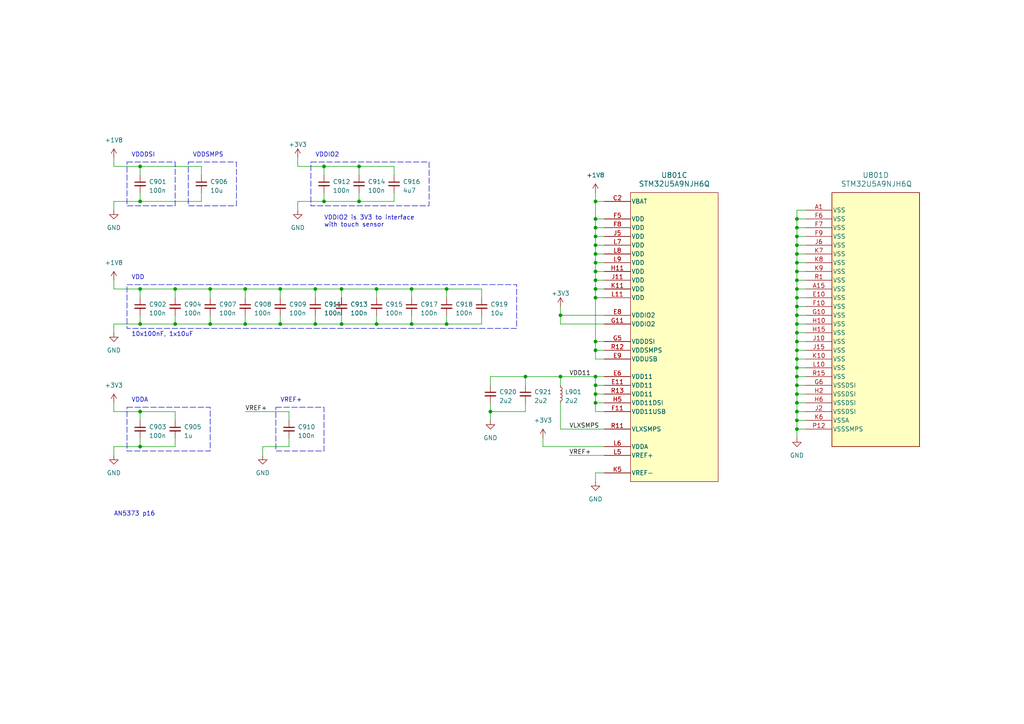
<source format=kicad_sch>
(kicad_sch (version 20230121) (generator eeschema)
  (paper "A4")
  (title_block (title "Watch Main MCU Power") (rev "1") (comment 1 "Checked by Ben Smith 21/12/23"))
  (lib_symbols
    (symbol "Device:C_Small" (pin_numbers hide) (pin_names (offset 0.254) hide)
      (property "Reference" "C" (at 0.254 1.778 0))
      (property "Value" "C_Small" (at 0.254 -2.032 0))
      (symbol "C_Small_0_1"
        (polyline (pts (xy -1.524 -0.508) (xy 1.524 -0.508)) (stroke (width 0.3302)))
        (polyline (pts (xy -1.524 0.508) (xy 1.524 0.508)) (stroke (width 0.3048)))
      )
      (symbol "C_Small_1_1"
        (pin passive line (at 0 2.54 270) (length 2.032) (name "~") (number "1"))
        (pin passive line (at 0 -2.54 90) (length 2.032) (name "~") (number "2"))
      )
    )
    (symbol "Device:L_Small" (pin_numbers hide) (pin_names (offset 0.254) hide)
      (property "Reference" "L" (at 0.762 1.016 0))
      (property "Value" "L_Small" (at 0.762 -1.016 0))
      (symbol "L_Small_0_1"
        (arc (start 0 -2.032) (mid 0.5058 -1.524) (end 0 -1.016))
        (arc (start 0 -1.016) (mid 0.5058 -0.508) (end 0 0))
        (arc (start 0 0) (mid 0.5058 0.508) (end 0 1.016))
        (arc (start 0 1.016) (mid 0.5058 1.524) (end 0 2.032))
      )
      (symbol "L_Small_1_1"
        (pin passive line (at 0 2.54 270) (length 0.508) (name "~") (number "1"))
        (pin passive line (at 0 -2.54 90) (length 0.508) (name "~") (number "2"))
      )
    )
    (symbol "STM32U5A9NJH6Q:STM32U5A9NJH6Q" (pin_names (offset 0.254))
      (property "Reference" "U" (at 0 40.64 0))
      (property "Value" "STM32U5A9NJH6Q" (at 0 38.1 0))
      (symbol "STM32U5A9NJH6Q_1_1"
        (rectangle (start -17.78 35.56) (end 17.78 -81.28) (fill (type background)))
        (pin bidirectional line (at 25.4 -63.5 180) (length 7.62) (name "PC10") (number "A10"))
        (pin bidirectional line (at 25.4 -33.02 180) (length 7.62) (name "PA15") (number "A11"))
        (pin bidirectional line (at 25.4 -30.48 180) (length 7.62) (name "PA14") (number "A12"))
        (pin bidirectional line (at 25.4 -15.24 180) (length 7.62) (name "PA8") (number "A13"))
        (pin bidirectional line (at 25.4 -58.42 180) (length 7.62) (name "PC8") (number "A14"))
        (pin bidirectional line (at -25.4 -12.7 0) (length 7.62) (name "PB7") (number "A3"))
        (pin bidirectional line (at -25.4 -10.16 0) (length 7.62) (name "PB6") (number "A4"))
        (pin bidirectional line (at -25.4 -48.26 0) (length 7.62) (name "PD4") (number "A8"))
        (pin bidirectional line (at -25.4 -45.72 0) (length 7.62) (name "PD3") (number "A9"))
        (pin bidirectional line (at 25.4 17.78 180) (length 7.62) (name "PC14-OSC32_IN") (number "B1"))
        (pin bidirectional line (at 25.4 -66.04 180) (length 7.62) (name "PC11") (number "B10"))
        (pin bidirectional line (at 25.4 -25.4 180) (length 7.62) (name "PA12") (number "B13"))
        (pin bidirectional line (at 25.4 -22.86 180) (length 7.62) (name "PA11") (number "B14"))
        (pin bidirectional line (at 25.4 -55.88 180) (length 7.62) (name "PC7") (number "B15"))
        (pin bidirectional line (at -25.4 -7.62 0) (length 7.62) (name "PB5") (number "B5"))
        (pin bidirectional line (at -25.4 -50.8 0) (length 7.62) (name "PD5") (number "B8"))
        (pin bidirectional line (at -25.4 -43.18 0) (length 7.62) (name "PD2") (number "B9"))
        (pin bidirectional line (at 25.4 15.24 180) (length 7.62) (name "PC15-OSC32_OUT") (number "C1"))
        (pin bidirectional line (at 25.4 -68.58 180) (length 7.62) (name "PC12") (number "C10"))
        (pin bidirectional line (at 25.4 -27.94 180) (length 7.62) (name "PA13") (number "C13"))
        (pin bidirectional line (at 25.4 -60.96 180) (length 7.62) (name "PC9") (number "C14"))
        (pin bidirectional line (at 25.4 -53.34 180) (length 7.62) (name "PC6") (number "C15"))
        (pin bidirectional line (at -25.4 -17.78 0) (length 7.62) (name "PB9") (number "C5"))
        (pin bidirectional line (at -25.4 -15.24 0) (length 7.62) (name "PB8") (number "C6"))
        (pin bidirectional line (at -25.4 -53.34 0) (length 7.62) (name "PD6") (number "C8"))
        (pin bidirectional line (at -25.4 -40.64 0) (length 7.62) (name "PD1") (number "C9"))
        (pin bidirectional line (at 25.4 -20.32 180) (length 7.62) (name "PA10") (number "D12"))
        (pin bidirectional line (at -25.4 -5.08 0) (length 7.62) (name "PB4") (number "D6"))
        (pin bidirectional line (at -25.4 -55.88 0) (length 7.62) (name "PD7") (number "D8"))
        (pin bidirectional line (at -25.4 -38.1 0) (length 7.62) (name "PD0") (number "D9"))
        (pin bidirectional line (at 25.4 -17.78 180) (length 7.62) (name "PA9") (number "E12"))
        (pin bidirectional line (at -25.4 -2.54 0) (length 7.62) (name "PB3") (number "E7"))
        (pin bidirectional line (at 25.4 -71.12 180) (length 7.62) (name "PC13") (number "F4"))
        (pin bidirectional line (at -25.4 17.78 0) (length 7.62) (name "DSI_D0P") (number "G1"))
        (pin bidirectional line (at -25.4 15.24 0) (length 7.62) (name "DSI_D0N") (number "G2"))
        (pin bidirectional line (at -25.4 22.86 0) (length 7.62) (name "DSI_CKP") (number "H1"))
        (pin bidirectional line (at -25.4 20.32 0) (length 7.62) (name "DSI_CKN") (number "J1"))
        (pin bidirectional line (at -25.4 10.16 0) (length 7.62) (name "DSI_D1N") (number "K1"))
        (pin bidirectional line (at -25.4 -76.2 0) (length 7.62) (name "PD15") (number "K12"))
        (pin bidirectional line (at -25.4 12.7 0) (length 7.62) (name "DSI_D1P") (number "K2"))
        (pin bidirectional line (at -25.4 -66.04 0) (length 7.62) (name "PD11") (number "L12"))
        (pin bidirectional line (at 25.4 -40.64 180) (length 7.62) (name "PC1") (number "M1"))
        (pin bidirectional line (at -25.4 -22.86 0) (length 7.62) (name "PB11") (number "M10"))
        (pin bidirectional line (at -25.4 -25.4 0) (length 7.62) (name "PB12") (number "M11"))
        (pin bidirectional line (at -25.4 -27.94 0) (length 7.62) (name "PB13") (number "M12"))
        (pin bidirectional line (at -25.4 -68.58 0) (length 7.62) (name "PD12") (number "M13"))
        (pin bidirectional line (at 25.4 0 180) (length 7.62) (name "PA2") (number "M4"))
        (pin bidirectional line (at 25.4 -5.08 180) (length 7.62) (name "PA4") (number "M5"))
        (pin bidirectional line (at -25.4 2.54 0) (length 7.62) (name "PB1") (number "M6"))
        (pin bidirectional line (at 25.4 30.48 180) (length 7.62) (name "PH0-OSC_IN") (number "N1"))
        (pin bidirectional line (at -25.4 -20.32 0) (length 7.62) (name "PB10") (number "N12"))
        (pin bidirectional line (at -25.4 -58.42 0) (length 7.62) (name "PD8") (number "N13"))
        (pin bidirectional line (at -25.4 -71.12 0) (length 7.62) (name "PD13") (number "N14"))
        (pin bidirectional line (at -25.4 -73.66 0) (length 7.62) (name "PD14") (number "N15"))
        (pin bidirectional line (at 25.4 27.94 180) (length 7.62) (name "PH1-OSC_OUT") (number "N2"))
        (pin bidirectional line (at 25.4 -45.72 180) (length 7.62) (name "PC3") (number "N3"))
        (pin bidirectional line (at 25.4 5.08 180) (length 7.62) (name "PA0") (number "N4"))
        (pin input line (at -25.4 27.94 0) (length 7.62) (name "OPAMP2_VINM") (number "N5"))
        (pin bidirectional line (at -25.4 5.08 0) (length 7.62) (name "PB0") (number "N6"))
        (pin bidirectional line (at 25.4 -43.18 180) (length 7.62) (name "PC2") (number "P1"))
        (pin bidirectional line (at -25.4 -30.48 0) (length 7.62) (name "PB14") (number "P13"))
        (pin bidirectional line (at -25.4 -63.5 0) (length 7.62) (name "PD10") (number "P14"))
        (pin bidirectional line (at -25.4 -60.96 0) (length 7.62) (name "PD9") (number "P15"))
        (pin bidirectional line (at 25.4 -38.1 180) (length 7.62) (name "PC0") (number "P2"))
        (pin bidirectional line (at 25.4 2.54 180) (length 7.62) (name "PA1") (number "P3"))
        (pin bidirectional line (at 25.4 -2.54 180) (length 7.62) (name "PA3") (number "P4"))
        (pin bidirectional line (at 25.4 -10.16 180) (length 7.62) (name "PA6") (number "P5"))
        (pin bidirectional line (at 25.4 -50.8 180) (length 7.62) (name "PC5") (number "P6"))
        (pin bidirectional line (at -25.4 -33.02 0) (length 7.62) (name "PB15") (number "R14"))
        (pin bidirectional line (at 25.4 -76.2 180) (length 7.62) (name "NRST") (number "R2"))
        (pin input line (at -25.4 30.48 0) (length 7.62) (name "OPAMP1_VINM") (number "R3"))
        (pin bidirectional line (at 25.4 -7.62 180) (length 7.62) (name "PA5") (number "R4"))
        (pin bidirectional line (at 25.4 -12.7 180) (length 7.62) (name "PA7") (number "R5"))
        (pin bidirectional line (at 25.4 -48.26 180) (length 7.62) (name "PC4") (number "R6"))
        (pin bidirectional line (at -25.4 0 0) (length 7.62) (name "PB2") (number "R7"))
      )
      (symbol "STM32U5A9NJH6Q_2_1"
        (rectangle (start -17.78 35.56) (end 17.78 -99.06) (fill (type background)))
        (polyline (pts (xy -17.78 -99.06) (xy 17.78 -99.06)) (stroke (width 0.127)))
        (polyline (pts (xy -17.78 35.56) (xy -17.78 -99.06)) (stroke (width 0.127)))
        (polyline (pts (xy 17.78 -99.06) (xy 17.78 35.56)) (stroke (width 0.127)))
        (polyline (pts (xy 17.78 35.56) (xy -17.78 35.56)) (stroke (width 0.127)))
        (pin bidirectional line (at 25.4 30.48 180) (length 7.62) (name "PE0") (number "A2"))
        (pin bidirectional line (at 25.4 -50.8 180) (length 7.62) (name "PG15") (number "A5"))
        (pin bidirectional line (at 25.4 -43.18 180) (length 7.62) (name "PG12") (number "A6"))
        (pin bidirectional line (at 25.4 -35.56 180) (length 7.62) (name "PG9") (number "A7"))
        (pin bidirectional line (at -25.4 -30.48 0) (length 7.62) (name "PH7") (number "B11"))
        (pin bidirectional line (at -25.4 -25.4 0) (length 7.62) (name "PH5") (number "B12"))
        (pin bidirectional line (at 25.4 20.32 180) (length 7.62) (name "PE4") (number "B2"))
        (pin bidirectional line (at 25.4 27.94 180) (length 7.62) (name "PE1") (number "B3"))
        (pin bidirectional line (at -25.4 -20.32 0) (length 7.62) (name "PH3-BOOT0") (number "B4"))
        (pin bidirectional line (at 25.4 -45.72 180) (length 7.62) (name "PG13") (number "B6"))
        (pin bidirectional line (at 25.4 -38.1 180) (length 7.62) (name "PG10") (number "B7"))
        (pin bidirectional line (at -25.4 -27.94 0) (length 7.62) (name "PH6") (number "C11"))
        (pin bidirectional line (at -25.4 -22.86 0) (length 7.62) (name "PH4") (number "C12"))
        (pin bidirectional line (at 25.4 22.86 180) (length 7.62) (name "PE3") (number "C3"))
        (pin bidirectional line (at 25.4 -68.58 180) (length 7.62) (name "PI5") (number "C4"))
        (pin bidirectional line (at 25.4 -40.64 180) (length 7.62) (name "PG11") (number "C7"))
        (pin bidirectional line (at -25.4 -63.5 0) (length 7.62) (name "PJ3") (number "D1"))
        (pin bidirectional line (at -25.4 -33.02 0) (length 7.62) (name "PH8") (number "D10"))
        (pin bidirectional line (at -25.4 -17.78 0) (length 7.62) (name "PH2") (number "D11"))
        (pin bidirectional line (at 25.4 -30.48 180) (length 7.62) (name "PG7") (number "D13"))
        (pin bidirectional line (at 25.4 -27.94 180) (length 7.62) (name "PG6") (number "D14"))
        (pin bidirectional line (at 25.4 -20.32 180) (length 7.62) (name "PG3") (number "D15"))
        (pin bidirectional line (at -25.4 -60.96 0) (length 7.62) (name "PJ2") (number "D2"))
        (pin bidirectional line (at 25.4 17.78 180) (length 7.62) (name "PE5") (number "D3"))
        (pin bidirectional line (at 25.4 -73.66 180) (length 7.62) (name "PI7") (number "D4"))
        (pin bidirectional line (at 25.4 -71.12 180) (length 7.62) (name "PI6") (number "D5"))
        (pin bidirectional line (at 25.4 -48.26 180) (length 7.62) (name "PG14") (number "D7"))
        (pin bidirectional line (at -25.4 -73.66 0) (length 7.62) (name "PJ7") (number "E1"))
        (pin bidirectional line (at 25.4 -33.02 180) (length 7.62) (name "PG8") (number "E13"))
        (pin bidirectional line (at 25.4 -25.4 180) (length 7.62) (name "PG5") (number "E14"))
        (pin bidirectional line (at -25.4 -55.88 0) (length 7.62) (name "PJ0") (number "E15"))
        (pin bidirectional line (at -25.4 -71.12 0) (length 7.62) (name "PJ6") (number "E2"))
        (pin bidirectional line (at -25.4 -66.04 0) (length 7.62) (name "PJ4") (number "E3"))
        (pin bidirectional line (at 25.4 15.24 180) (length 7.62) (name "PE6") (number "E4"))
        (pin bidirectional line (at 25.4 25.4 180) (length 7.62) (name "PE2") (number "E5"))
        (pin bidirectional line (at -25.4 -81.28 0) (length 7.62) (name "PJ10") (number "F1"))
        (pin bidirectional line (at 25.4 -22.86 180) (length 7.62) (name "PG4") (number "F12"))
        (pin bidirectional line (at 25.4 -93.98 180) (length 7.62) (name "PI15") (number "F13"))
        (pin bidirectional line (at 25.4 -91.44 180) (length 7.62) (name "PI14") (number "F14"))
        (pin bidirectional line (at 25.4 -88.9 180) (length 7.62) (name "PI13") (number "F15"))
        (pin bidirectional line (at -25.4 -76.2 0) (length 7.62) (name "PJ8") (number "F2"))
        (pin bidirectional line (at -25.4 -68.58 0) (length 7.62) (name "PJ5") (number "F3"))
        (pin bidirectional line (at 25.4 -17.78 180) (length 7.62) (name "PG2") (number "G12"))
        (pin bidirectional line (at 25.4 -86.36 180) (length 7.62) (name "PI12") (number "G13"))
        (pin bidirectional line (at 25.4 -83.82 180) (length 7.62) (name "PI11") (number "G14"))
        (pin bidirectional line (at 25.4 -81.28 180) (length 7.62) (name "PI10") (number "G15"))
        (pin bidirectional line (at -25.4 -83.82 0) (length 7.62) (name "PJ11") (number "G3"))
        (pin bidirectional line (at -25.4 -58.42 0) (length 7.62) (name "PJ1") (number "G4"))
        (pin bidirectional line (at 25.4 -78.74 180) (length 7.62) (name "PI9") (number "H12"))
        (pin bidirectional line (at 25.4 -76.2 180) (length 7.62) (name "PI8") (number "H13"))
        (pin bidirectional line (at 25.4 -66.04 180) (length 7.62) (name "PI4") (number "H14"))
        (pin bidirectional line (at -25.4 30.48 0) (length 7.62) (name "PF0") (number "H3"))
        (pin bidirectional line (at -25.4 -78.74 0) (length 7.62) (name "PJ9") (number "H4"))
        (pin bidirectional line (at 25.4 -58.42 180) (length 7.62) (name "PI1") (number "J12"))
        (pin bidirectional line (at 25.4 -60.96 180) (length 7.62) (name "PI2") (number "J13"))
        (pin bidirectional line (at 25.4 -63.5 180) (length 7.62) (name "PI3") (number "J14"))
        (pin bidirectional line (at -25.4 25.4 0) (length 7.62) (name "PF2") (number "J3"))
        (pin bidirectional line (at -25.4 27.94 0) (length 7.62) (name "PF1") (number "J4"))
        (pin bidirectional line (at -25.4 -48.26 0) (length 7.62) (name "PH14") (number "K13"))
        (pin bidirectional line (at -25.4 -50.8 0) (length 7.62) (name "PH15") (number "K14"))
        (pin bidirectional line (at 25.4 -55.88 180) (length 7.62) (name "PI0") (number "K15"))
        (pin bidirectional line (at -25.4 20.32 0) (length 7.62) (name "PF4") (number "K3"))
        (pin bidirectional line (at -25.4 22.86 0) (length 7.62) (name "PF3") (number "K4"))
        (pin bidirectional line (at -25.4 5.08 0) (length 7.62) (name "PF10") (number "L1"))
        (pin bidirectional line (at -25.4 -38.1 0) (length 7.62) (name "PH10") (number "L13"))
        (pin bidirectional line (at -25.4 -40.64 0) (length 7.62) (name "PH11") (number "L14"))
        (pin bidirectional line (at -25.4 -45.72 0) (length 7.62) (name "PH13") (number "L15"))
        (pin bidirectional line (at -25.4 17.78 0) (length 7.62) (name "PF5") (number "L2"))
        (pin bidirectional line (at -25.4 12.7 0) (length 7.62) (name "PF7") (number "L3"))
        (pin bidirectional line (at -25.4 7.62 0) (length 7.62) (name "PF9") (number "L4"))
        (pin bidirectional line (at -25.4 -35.56 0) (length 7.62) (name "PH9") (number "M14"))
        (pin bidirectional line (at -25.4 -43.18 0) (length 7.62) (name "PH12") (number "M15"))
        (pin bidirectional line (at -25.4 15.24 0) (length 7.62) (name "PF6") (number "M2"))
        (pin bidirectional line (at -25.4 10.16 0) (length 7.62) (name "PF8") (number "M3"))
        (pin bidirectional line (at -25.4 -2.54 0) (length 7.62) (name "PF13") (number "M7"))
        (pin bidirectional line (at 25.4 10.16 180) (length 7.62) (name "PE8") (number "M8"))
        (pin bidirectional line (at 25.4 -2.54 180) (length 7.62) (name "PE13") (number "M9"))
        (pin bidirectional line (at 25.4 -7.62 180) (length 7.62) (name "PE15") (number "N10"))
        (pin bidirectional line (at 25.4 0 180) (length 7.62) (name "PE12") (number "N11"))
        (pin bidirectional line (at -25.4 0 0) (length 7.62) (name "PF12") (number "N7"))
        (pin bidirectional line (at 25.4 -15.24 180) (length 7.62) (name "PG1") (number "N8"))
        (pin bidirectional line (at 25.4 12.7 180) (length 7.62) (name "PE7") (number "N9"))
        (pin bidirectional line (at 25.4 5.08 180) (length 7.62) (name "PE10") (number "P10"))
        (pin bidirectional line (at 25.4 2.54 180) (length 7.62) (name "PE11") (number "P11"))
        (pin bidirectional line (at -25.4 2.54 0) (length 7.62) (name "PF11") (number "P7"))
        (pin bidirectional line (at -25.4 -7.62 0) (length 7.62) (name "PF15") (number "P8"))
        (pin bidirectional line (at 25.4 7.62 180) (length 7.62) (name "PE9") (number "P9"))
        (pin bidirectional line (at 25.4 -5.08 180) (length 7.62) (name "PE14") (number "R10"))
        (pin bidirectional line (at -25.4 -5.08 0) (length 7.62) (name "PF14") (number "R8"))
        (pin bidirectional line (at 25.4 -12.7 180) (length 7.62) (name "PG0") (number "R9"))
      )
      (symbol "STM32U5A9NJH6Q_3_1"
        (rectangle (start -12.7 35.56) (end 12.7 -48.26) (fill (type background)))
        (pin power_in line (at -20.32 33.02 0) (length 7.62) (name "VBAT") (number "C2"))
        (pin power_in line (at -20.32 -20.32 0) (length 7.62) (name "VDD11") (number "E11"))
        (pin power_in line (at -20.32 -17.78 0) (length 7.62) (name "VDD11") (number "E6"))
        (pin power_in line (at -20.32 0 0) (length 7.62) (name "VDDIO2") (number "E8"))
        (pin power_in line (at -20.32 -12.7 0) (length 7.62) (name "VDDUSB") (number "E9"))
        (pin power_in line (at -20.32 -27.94 0) (length 7.62) (name "VDD11USB") (number "F11"))
        (pin power_in line (at -20.32 27.94 0) (length 7.62) (name "VDD") (number "F5"))
        (pin power_in line (at -20.32 25.4 0) (length 7.62) (name "VDD") (number "F8"))
        (pin power_in line (at -20.32 -2.54 0) (length 7.62) (name "VDDIO2") (number "G11"))
        (pin power_in line (at -20.32 -7.62 0) (length 7.62) (name "VDDDSI") (number "G5"))
        (pin power_in line (at -20.32 12.7 0) (length 7.62) (name "VDD") (number "H11"))
        (pin power_in line (at -20.32 -25.4 0) (length 7.62) (name "VDD11DSI") (number "H5"))
        (pin power_in line (at -20.32 10.16 0) (length 7.62) (name "VDD") (number "J11"))
        (pin power_in line (at -20.32 22.86 0) (length 7.62) (name "VDD") (number "J5"))
        (pin power_in line (at -20.32 7.62 0) (length 7.62) (name "VDD") (number "K11"))
        (pin power_in line (at -20.32 -45.72 0) (length 7.62) (name "VREF-") (number "K5"))
        (pin power_in line (at -20.32 5.08 0) (length 7.62) (name "VDD") (number "L11"))
        (pin power_in line (at -20.32 -40.64 0) (length 7.62) (name "VREF+") (number "L5"))
        (pin power_in line (at -20.32 -38.1 0) (length 7.62) (name "VDDA") (number "L6"))
        (pin power_in line (at -20.32 20.32 0) (length 7.62) (name "VDD") (number "L7"))
        (pin power_in line (at -20.32 17.78 0) (length 7.62) (name "VDD") (number "L8"))
        (pin power_in line (at -20.32 15.24 0) (length 7.62) (name "VDD") (number "L9"))
        (pin power_in line (at -20.32 -33.02 0) (length 7.62) (name "VLXSMPS") (number "R11"))
        (pin power_in line (at -20.32 -10.16 0) (length 7.62) (name "VDDSMPS") (number "R12"))
        (pin power_in line (at -20.32 -22.86 0) (length 7.62) (name "VDD11") (number "R13"))
      )
      (symbol "STM32U5A9NJH6Q_4_1"
        (rectangle (start -12.7 35.56) (end 12.7 -38.1) (fill (type background)))
        (polyline (pts (xy -12.7 -38.1) (xy 12.7 -38.1)) (stroke (width 0.127)))
        (polyline (pts (xy -12.7 35.56) (xy -12.7 -38.1)) (stroke (width 0.127)))
        (polyline (pts (xy 12.7 -38.1) (xy 12.7 35.56)) (stroke (width 0.127)))
        (polyline (pts (xy 12.7 35.56) (xy -12.7 35.56)) (stroke (width 0.127)))
        (pin power_in line (at -20.32 30.48 0) (length 7.62) (name "VSS") (number "A1"))
        (pin power_in line (at -20.32 7.62 0) (length 7.62) (name "VSS") (number "A15"))
        (pin power_in line (at -20.32 5.08 0) (length 7.62) (name "VSS") (number "E10"))
        (pin power_in line (at -20.32 2.54 0) (length 7.62) (name "VSS") (number "F10"))
        (pin power_in line (at -20.32 27.94 0) (length 7.62) (name "VSS") (number "F6"))
        (pin power_in line (at -20.32 25.4 0) (length 7.62) (name "VSS") (number "F7"))
        (pin power_in line (at -20.32 22.86 0) (length 7.62) (name "VSS") (number "F9"))
        (pin power_in line (at -20.32 0 0) (length 7.62) (name "VSS") (number "G10"))
        (pin power_in line (at -20.32 -20.32 0) (length 7.62) (name "VSSDSI") (number "G6"))
        (pin power_in line (at -20.32 -2.54 0) (length 7.62) (name "VSS") (number "H10"))
        (pin power_in line (at -20.32 -5.08 0) (length 7.62) (name "VSS") (number "H15"))
        (pin power_in line (at -20.32 -22.86 0) (length 7.62) (name "VSSDSI") (number "H2"))
        (pin power_in line (at -20.32 -25.4 0) (length 7.62) (name "VSSDSI") (number "H6"))
        (pin power_in line (at -20.32 -7.62 0) (length 7.62) (name "VSS") (number "J10"))
        (pin power_in line (at -20.32 -10.16 0) (length 7.62) (name "VSS") (number "J15"))
        (pin power_in line (at -20.32 -27.94 0) (length 7.62) (name "VSSDSI") (number "J2"))
        (pin power_in line (at -20.32 20.32 0) (length 7.62) (name "VSS") (number "J6"))
        (pin power_in line (at -20.32 -12.7 0) (length 7.62) (name "VSS") (number "K10"))
        (pin power_in line (at -20.32 -30.48 0) (length 7.62) (name "VSSA") (number "K6"))
        (pin power_in line (at -20.32 17.78 0) (length 7.62) (name "VSS") (number "K7"))
        (pin power_in line (at -20.32 15.24 0) (length 7.62) (name "VSS") (number "K8"))
        (pin power_in line (at -20.32 12.7 0) (length 7.62) (name "VSS") (number "K9"))
        (pin power_in line (at -20.32 -15.24 0) (length 7.62) (name "VSS") (number "L10"))
        (pin power_in line (at -20.32 -33.02 0) (length 7.62) (name "VSSSMPS") (number "P12"))
        (pin power_in line (at -20.32 10.16 0) (length 7.62) (name "VSS") (number "R1"))
        (pin power_in line (at -20.32 -17.78 0) (length 7.62) (name "VSS") (number "R15"))
      )
    )
    (symbol "power:+1V8" (power) (pin_names (offset 0))
      (property "Value" "+1V8" (at 0 3.556 0))
      (symbol "+1V8_0_1"
        (polyline (pts (xy -0.762 1.27) (xy 0 2.54)))
        (polyline (pts (xy 0 0) (xy 0 2.54)))
        (polyline (pts (xy 0 2.54) (xy 0.762 1.27)))
      )
      (symbol "+1V8_1_1"
        (pin power_in line (at 0 0 90) (length 0) hide (name "+1V8") (number "1"))
      )
    )
    (symbol "power:+3V3" (power) (pin_names (offset 0))
      (property "Value" "+3V3" (at 0 3.556 0))
      (symbol "+3V3_0_1"
        (polyline (pts (xy -0.762 1.27) (xy 0 2.54)))
        (polyline (pts (xy 0 0) (xy 0 2.54)))
        (polyline (pts (xy 0 2.54) (xy 0.762 1.27)))
      )
      (symbol "+3V3_1_1"
        (pin power_in line (at 0 0 90) (length 0) hide (name "+3V3") (number "1"))
      )
    )
    (symbol "power:GND" (power) (pin_names (offset 0))
      (property "Value" "GND" (at 0 -3.81 0))
      (symbol "GND_0_1"
        (polyline (pts (xy 0 0) (xy 0 -1.27) (xy 1.27 -1.27) (xy 0 -2.54) (xy -1.27 -1.27) (xy 0 -1.27)))
      )
      (symbol "GND_1_1"
        (pin power_in line (at 0 0 270) (length 0) hide (name "GND") (number "1"))
      )
    )
  )
  (junction (at 231.14 99.06))
  (junction (at 172.72 116.84))
  (junction (at 172.72 81.28))
  (junction (at 231.14 106.68))
  (junction (at 231.14 83.82))
  (junction (at 50.8 93.98))
  (junction (at 231.14 78.74))
  (junction (at 91.44 93.98))
  (junction (at 172.72 58.42))
  (junction (at 231.14 68.58))
  (junction (at 81.28 83.82))
  (junction (at 109.22 93.98))
  (junction (at 172.72 111.76))
  (junction (at 172.72 99.06))
  (junction (at 231.14 104.14))
  (junction (at 231.14 81.28))
  (junction (at 162.56 109.22))
  (junction (at 60.96 83.82))
  (junction (at 93.98 58.42))
  (junction (at 60.96 93.98))
  (junction (at 231.14 93.98))
  (junction (at 172.72 86.36))
  (junction (at 91.44 83.82))
  (junction (at 40.64 119.38))
  (junction (at 231.14 88.9))
  (junction (at 231.14 121.92))
  (junction (at 172.72 114.3))
  (junction (at 40.64 129.54))
  (junction (at 231.14 96.52))
  (junction (at 231.14 116.84))
  (junction (at 231.14 101.6))
  (junction (at 172.72 68.58))
  (junction (at 172.72 73.66))
  (junction (at 152.4 109.22))
  (junction (at 104.14 58.42))
  (junction (at 162.56 91.44))
  (junction (at 172.72 109.22))
  (junction (at 142.24 119.38))
  (junction (at 119.38 83.82))
  (junction (at 81.28 93.98))
  (junction (at 231.14 114.3))
  (junction (at 231.14 86.36))
  (junction (at 231.14 91.44))
  (junction (at 71.12 93.98))
  (junction (at 129.54 93.98))
  (junction (at 231.14 111.76))
  (junction (at 172.72 71.12))
  (junction (at 119.38 93.98))
  (junction (at 40.64 58.42))
  (junction (at 172.72 63.5))
  (junction (at 109.22 83.82))
  (junction (at 172.72 101.6))
  (junction (at 172.72 78.74))
  (junction (at 231.14 119.38))
  (junction (at 71.12 83.82))
  (junction (at 129.54 83.82))
  (junction (at 104.14 48.26))
  (junction (at 99.06 83.82))
  (junction (at 231.14 66.04))
  (junction (at 231.14 76.2))
  (junction (at 50.8 83.82))
  (junction (at 231.14 71.12))
  (junction (at 99.06 93.98))
  (junction (at 172.72 83.82))
  (junction (at 231.14 63.5))
  (junction (at 172.72 76.2))
  (junction (at 40.64 83.82))
  (junction (at 40.64 93.98))
  (junction (at 231.14 73.66))
  (junction (at 172.72 66.04))
  (junction (at 40.64 48.26))
  (junction (at 231.14 124.46))
  (junction (at 93.98 48.26))
  (junction (at 231.14 109.22))
  (wire (pts (xy 157.48 129.54) (xy 175.26 129.54)))
  (wire (pts (xy 172.72 76.2) (xy 175.26 76.2)))
  (wire (pts (xy 162.56 91.44) (xy 175.26 91.44)))
  (wire (pts (xy 40.64 83.82) (xy 50.8 83.82)))
  (wire (pts (xy 50.8 83.82) (xy 60.96 83.82)))
  (wire (pts (xy 58.42 58.42) (xy 40.64 58.42)))
  (wire (pts (xy 231.14 114.3) (xy 233.68 114.3)))
  (wire (pts (xy 139.7 93.98) (xy 139.7 91.44)))
  (wire (pts (xy 172.72 114.3) (xy 175.26 114.3)))
  (wire (pts (xy 86.36 60.96) (xy 86.36 58.42)))
  (wire (pts (xy 165.1 132.08) (xy 175.26 132.08)))
  (wire (pts (xy 162.56 93.98) (xy 162.56 91.44)))
  (wire (pts (xy 71.12 83.82) (xy 71.12 86.36)))
  (wire (pts (xy 142.24 116.84) (xy 142.24 119.38)))
  (wire (pts (xy 33.02 58.42) (xy 40.64 58.42)))
  (wire (pts (xy 172.72 137.16) (xy 175.26 137.16)))
  (wire (pts (xy 231.14 71.12) (xy 231.14 68.58)))
  (wire (pts (xy 93.98 55.88) (xy 93.98 58.42)))
  (wire (pts (xy 81.28 93.98) (xy 91.44 93.98)))
  (wire (pts (xy 33.02 96.52) (xy 33.02 93.98)))
  (wire (pts (xy 231.14 96.52) (xy 231.14 93.98)))
  (wire (pts (xy 231.14 124.46) (xy 233.68 124.46)))
  (wire (pts (xy 33.02 83.82) (xy 40.64 83.82)))
  (wire (pts (xy 129.54 83.82) (xy 129.54 86.36)))
  (wire (pts (xy 33.02 45.72) (xy 33.02 48.26)))
  (wire (pts (xy 86.36 45.72) (xy 86.36 48.26)))
  (wire (pts (xy 50.8 127) (xy 50.8 129.54)))
  (wire (pts (xy 162.56 116.84) (xy 162.56 124.46)))
  (wire (pts (xy 40.64 129.54) (xy 40.64 127)))
  (wire (pts (xy 172.72 73.66) (xy 175.26 73.66)))
  (wire (pts (xy 50.8 93.98) (xy 60.96 93.98)))
  (wire (pts (xy 231.14 73.66) (xy 231.14 71.12)))
  (wire (pts (xy 231.14 101.6) (xy 233.68 101.6)))
  (wire (pts (xy 109.22 93.98) (xy 119.38 93.98)))
  (wire (pts (xy 152.4 116.84) (xy 152.4 119.38)))
  (wire (pts (xy 33.02 83.82) (xy 33.02 81.28)))
  (wire (pts (xy 86.36 58.42) (xy 93.98 58.42)))
  (wire (pts (xy 83.82 127) (xy 83.82 129.54)))
  (wire (pts (xy 50.8 119.38) (xy 50.8 121.92)))
  (wire (pts (xy 50.8 83.82) (xy 50.8 86.36)))
  (wire (pts (xy 172.72 101.6) (xy 172.72 104.14)))
  (wire (pts (xy 33.02 93.98) (xy 40.64 93.98)))
  (wire (pts (xy 231.14 116.84) (xy 231.14 114.3)))
  (wire (pts (xy 231.14 111.76) (xy 233.68 111.76)))
  (wire (pts (xy 60.96 83.82) (xy 60.96 86.36)))
  (wire (pts (xy 172.72 99.06) (xy 175.26 99.06)))
  (wire (pts (xy 162.56 111.76) (xy 162.56 109.22)))
  (wire (pts (xy 231.14 91.44) (xy 231.14 88.9)))
  (wire (pts (xy 40.64 58.42) (xy 40.64 55.88)))
  (wire (pts (xy 231.14 63.5) (xy 233.68 63.5)))
  (wire (pts (xy 231.14 104.14) (xy 231.14 101.6)))
  (wire (pts (xy 172.72 114.3) (xy 172.72 116.84)))
  (wire (pts (xy 231.14 66.04) (xy 233.68 66.04)))
  (wire (pts (xy 142.24 119.38) (xy 142.24 121.92)))
  (wire (pts (xy 231.14 99.06) (xy 233.68 99.06)))
  (wire (pts (xy 162.56 124.46) (xy 175.26 124.46)))
  (wire (pts (xy 172.72 68.58) (xy 172.72 71.12)))
  (wire (pts (xy 231.14 119.38) (xy 233.68 119.38)))
  (wire (pts (xy 231.14 88.9) (xy 233.68 88.9)))
  (wire (pts (xy 114.3 50.8) (xy 114.3 48.26)))
  (wire (pts (xy 231.14 76.2) (xy 231.14 73.66)))
  (wire (pts (xy 231.14 78.74) (xy 231.14 76.2)))
  (wire (pts (xy 60.96 93.98) (xy 60.96 91.44)))
  (wire (pts (xy 172.72 71.12) (xy 175.26 71.12)))
  (wire (pts (xy 40.64 119.38) (xy 40.64 121.92)))
  (wire (pts (xy 231.14 104.14) (xy 233.68 104.14)))
  (wire (pts (xy 81.28 93.98) (xy 81.28 91.44)))
  (wire (pts (xy 172.72 111.76) (xy 172.72 114.3)))
  (wire (pts (xy 172.72 116.84) (xy 172.72 119.38)))
  (wire (pts (xy 172.72 76.2) (xy 172.72 78.74)))
  (wire (pts (xy 172.72 116.84) (xy 175.26 116.84)))
  (wire (pts (xy 231.14 106.68) (xy 233.68 106.68)))
  (wire (pts (xy 99.06 93.98) (xy 99.06 91.44)))
  (wire (pts (xy 172.72 101.6) (xy 175.26 101.6)))
  (wire (pts (xy 99.06 83.82) (xy 109.22 83.82)))
  (wire (pts (xy 172.72 73.66) (xy 172.72 76.2)))
  (wire (pts (xy 231.14 81.28) (xy 231.14 78.74)))
  (wire (pts (xy 231.14 81.28) (xy 233.68 81.28)))
  (wire (pts (xy 231.14 86.36) (xy 233.68 86.36)))
  (wire (pts (xy 172.72 83.82) (xy 175.26 83.82)))
  (wire (pts (xy 172.72 63.5) (xy 175.26 63.5)))
  (wire (pts (xy 119.38 93.98) (xy 119.38 91.44)))
  (wire (pts (xy 172.72 58.42) (xy 172.72 63.5)))
  (wire (pts (xy 157.48 127) (xy 157.48 129.54)))
  (wire (pts (xy 33.02 48.26) (xy 40.64 48.26)))
  (wire (pts (xy 152.4 109.22) (xy 162.56 109.22)))
  (wire (pts (xy 114.3 58.42) (xy 104.14 58.42)))
  (wire (pts (xy 33.02 132.08) (xy 33.02 129.54)))
  (wire (pts (xy 231.14 99.06) (xy 231.14 96.52)))
  (wire (pts (xy 172.72 86.36) (xy 175.26 86.36)))
  (wire (pts (xy 40.64 119.38) (xy 50.8 119.38)))
  (wire (pts (xy 162.56 93.98) (xy 175.26 93.98)))
  (wire (pts (xy 231.14 111.76) (xy 231.14 109.22)))
  (wire (pts (xy 93.98 48.26) (xy 93.98 50.8)))
  (wire (pts (xy 175.26 109.22) (xy 172.72 109.22)))
  (wire (pts (xy 33.02 119.38) (xy 40.64 119.38)))
  (wire (pts (xy 231.14 101.6) (xy 231.14 99.06)))
  (wire (pts (xy 104.14 55.88) (xy 104.14 58.42)))
  (wire (pts (xy 172.72 55.88) (xy 172.72 58.42)))
  (wire (pts (xy 231.14 66.04) (xy 231.14 63.5)))
  (wire (pts (xy 40.64 93.98) (xy 40.64 91.44)))
  (wire (pts (xy 231.14 119.38) (xy 231.14 116.84)))
  (wire (pts (xy 231.14 109.22) (xy 231.14 106.68)))
  (wire (pts (xy 172.72 58.42) (xy 175.26 58.42)))
  (wire (pts (xy 83.82 121.92) (xy 83.82 119.38)))
  (wire (pts (xy 162.56 91.44) (xy 162.56 88.9)))
  (wire (pts (xy 231.14 114.3) (xy 231.14 111.76)))
  (wire (pts (xy 231.14 68.58) (xy 231.14 66.04)))
  (wire (pts (xy 129.54 93.98) (xy 139.7 93.98)))
  (wire (pts (xy 76.2 129.54) (xy 83.82 129.54)))
  (wire (pts (xy 81.28 83.82) (xy 81.28 86.36)))
  (wire (pts (xy 231.14 93.98) (xy 233.68 93.98)))
  (wire (pts (xy 172.72 109.22) (xy 172.72 111.76)))
  (wire (pts (xy 172.72 83.82) (xy 172.72 86.36)))
  (wire (pts (xy 231.14 73.66) (xy 233.68 73.66)))
  (wire (pts (xy 231.14 68.58) (xy 233.68 68.58)))
  (wire (pts (xy 60.96 83.82) (xy 71.12 83.82)))
  (wire (pts (xy 71.12 119.38) (xy 83.82 119.38)))
  (wire (pts (xy 81.28 83.82) (xy 91.44 83.82)))
  (wire (pts (xy 172.72 63.5) (xy 172.72 66.04)))
  (wire (pts (xy 129.54 83.82) (xy 139.7 83.82)))
  (wire (pts (xy 231.14 83.82) (xy 231.14 81.28)))
  (wire (pts (xy 60.96 93.98) (xy 71.12 93.98)))
  (wire (pts (xy 40.64 48.26) (xy 58.42 48.26)))
  (wire (pts (xy 231.14 83.82) (xy 233.68 83.82)))
  (wire (pts (xy 33.02 116.84) (xy 33.02 119.38)))
  (wire (pts (xy 104.14 48.26) (xy 114.3 48.26)))
  (wire (pts (xy 172.72 68.58) (xy 175.26 68.58)))
  (wire (pts (xy 129.54 93.98) (xy 129.54 91.44)))
  (wire (pts (xy 91.44 93.98) (xy 99.06 93.98)))
  (wire (pts (xy 104.14 48.26) (xy 104.14 50.8)))
  (wire (pts (xy 231.14 127) (xy 231.14 124.46)))
  (wire (pts (xy 231.14 93.98) (xy 231.14 91.44)))
  (wire (pts (xy 231.14 88.9) (xy 231.14 86.36)))
  (wire (pts (xy 93.98 48.26) (xy 104.14 48.26)))
  (wire (pts (xy 33.02 60.96) (xy 33.02 58.42)))
  (wire (pts (xy 119.38 83.82) (xy 129.54 83.82)))
  (wire (pts (xy 114.3 55.88) (xy 114.3 58.42)))
  (wire (pts (xy 172.72 119.38) (xy 175.26 119.38)))
  (wire (pts (xy 231.14 71.12) (xy 233.68 71.12)))
  (wire (pts (xy 119.38 93.98) (xy 129.54 93.98)))
  (wire (pts (xy 99.06 93.98) (xy 109.22 93.98)))
  (wire (pts (xy 58.42 50.8) (xy 58.42 48.26)))
  (wire (pts (xy 91.44 83.82) (xy 99.06 83.82)))
  (wire (pts (xy 231.14 60.96) (xy 231.14 63.5)))
  (wire (pts (xy 33.02 129.54) (xy 40.64 129.54)))
  (wire (pts (xy 172.72 66.04) (xy 172.72 68.58)))
  (wire (pts (xy 71.12 93.98) (xy 71.12 91.44)))
  (wire (pts (xy 231.14 121.92) (xy 231.14 119.38)))
  (wire (pts (xy 71.12 93.98) (xy 81.28 93.98)))
  (wire (pts (xy 175.26 104.14) (xy 172.72 104.14)))
  (wire (pts (xy 58.42 55.88) (xy 58.42 58.42)))
  (wire (pts (xy 172.72 78.74) (xy 172.72 81.28)))
  (wire (pts (xy 109.22 93.98) (xy 109.22 91.44)))
  (wire (pts (xy 99.06 83.82) (xy 99.06 86.36)))
  (wire (pts (xy 231.14 96.52) (xy 233.68 96.52)))
  (wire (pts (xy 142.24 109.22) (xy 152.4 109.22)))
  (wire (pts (xy 172.72 71.12) (xy 172.72 73.66)))
  (wire (pts (xy 50.8 93.98) (xy 50.8 91.44)))
  (wire (pts (xy 40.64 48.26) (xy 40.64 50.8)))
  (wire (pts (xy 86.36 48.26) (xy 93.98 48.26)))
  (wire (pts (xy 40.64 93.98) (xy 50.8 93.98)))
  (wire (pts (xy 172.72 81.28) (xy 175.26 81.28)))
  (wire (pts (xy 40.64 83.82) (xy 40.64 86.36)))
  (wire (pts (xy 40.64 129.54) (xy 50.8 129.54)))
  (wire (pts (xy 142.24 111.76) (xy 142.24 109.22)))
  (wire (pts (xy 231.14 109.22) (xy 233.68 109.22)))
  (wire (pts (xy 231.14 60.96) (xy 233.68 60.96)))
  (wire (pts (xy 109.22 83.82) (xy 119.38 83.82)))
  (wire (pts (xy 172.72 86.36) (xy 172.72 99.06)))
  (wire (pts (xy 231.14 86.36) (xy 231.14 83.82)))
  (wire (pts (xy 91.44 93.98) (xy 91.44 91.44)))
  (wire (pts (xy 231.14 91.44) (xy 233.68 91.44)))
  (wire (pts (xy 152.4 109.22) (xy 152.4 111.76)))
  (wire (pts (xy 231.14 124.46) (xy 231.14 121.92)))
  (wire (pts (xy 172.72 139.7) (xy 172.72 137.16)))
  (wire (pts (xy 172.72 66.04) (xy 175.26 66.04)))
  (wire (pts (xy 172.72 78.74) (xy 175.26 78.74)))
  (wire (pts (xy 231.14 106.68) (xy 231.14 104.14)))
  (wire (pts (xy 231.14 121.92) (xy 233.68 121.92)))
  (wire (pts (xy 172.72 99.06) (xy 172.72 101.6)))
  (wire (pts (xy 162.56 109.22) (xy 172.72 109.22)))
  (wire (pts (xy 231.14 78.74) (xy 233.68 78.74)))
  (wire (pts (xy 109.22 83.82) (xy 109.22 86.36)))
  (wire (pts (xy 152.4 119.38) (xy 142.24 119.38)))
  (wire (pts (xy 71.12 83.82) (xy 81.28 83.82)))
  (wire (pts (xy 91.44 83.82) (xy 91.44 86.36)))
  (wire (pts (xy 119.38 83.82) (xy 119.38 86.36)))
  (wire (pts (xy 172.72 81.28) (xy 172.72 83.82)))
  (wire (pts (xy 76.2 132.08) (xy 76.2 129.54)))
  (wire (pts (xy 231.14 76.2) (xy 233.68 76.2)))
  (wire (pts (xy 231.14 116.84) (xy 233.68 116.84)))
  (wire (pts (xy 172.72 111.76) (xy 175.26 111.76)))
  (wire (pts (xy 104.14 58.42) (xy 93.98 58.42)))
  (wire (pts (xy 139.7 83.82) (xy 139.7 86.36)))
  (rectangle (start 54.61 46.99) (end 68.58 59.69) (stroke (width 0) (type dash)))
  (rectangle (start 90.17 46.99) (end 124.46 59.69) (stroke (width 0) (type dash)))
  (rectangle (start 80.01 118.11) (end 93.98 130.81) (stroke (width 0) (type dash)))
  (rectangle (start 36.83 118.11) (end 60.96 130.81) (stroke (width 0) (type dash)))
  (rectangle (start 36.83 46.99) (end 50.8 59.69) (stroke (width 0) (type dash)))
  (rectangle (start 36.83 82.55) (end 149.86 95.25) (stroke (width 0) (type dash)))
  (text "VDDIO2 is 3V3 to interface\nwith touch sensor" (at 93.98 66.04 0) (effects (font (size 1.27 1.27)) (justify left bottom)))
  (text "VDDIO2" (at 91.44 45.72 0) (effects (font (size 1.27 1.27)) (justify left bottom)))
  (text "VREF+" (at 81.28 116.84 0) (effects (font (size 1.27 1.27)) (justify left bottom)))
  (text "VDD" (at 38.1 81.28 0) (effects (font (size 1.27 1.27)) (justify left bottom)))
  (text "VDDSMPS" (at 55.88 45.72 0) (effects (font (size 1.27 1.27)) (justify left bottom)))
  (text "VDDA" (at 38.1 116.84 0) (effects (font (size 1.27 1.27)) (justify left bottom)))
  (text "AN5373 p16" (at 33.02 149.86 0) (effects (font (size 1.27 1.27)) (justify left bottom)))
  (text "10x100nF, 1x10uF" (at 38.1 97.79 0) (effects (font (size 1.27 1.27)) (justify left bottom)))
  (text "VDDDSI" (at 38.1 45.72 0) (effects (font (size 1.27 1.27)) (justify left bottom)))
  (label "VREF+" (at 71.12 119.38 0))
  (label "VDD11" (at 165.1 109.22 0))
  (label "VREF+" (at 165.1 132.08 0))
  (label "VLXSMPS" (at 165.1 124.46 0))
  (symbol (lib_id "power:GND") (at 172.72 139.7 0) (unit 1)
    (property "Reference" "#PWR0704" (effects hide))
    (property "Value" "GND" (at 172.72 144.78 0))
    (instances (project "watch_main" (path "" (reference "#PWR0704") (unit 1)) (path "" (reference "#PWR0914") (unit 1))))
  )
  (symbol (lib_id "power:GND") (at 142.24 121.92 0) (unit 1)
    (property "Reference" "#PWR0704" (effects hide))
    (property "Value" "GND" (at 142.24 127 0))
    (instances (project "watch_main" (path "" (reference "#PWR0704") (unit 1)) (path "" (reference "#PWR0910") (unit 1))))
  )
  (symbol (lib_id "power:GND") (at 33.02 60.96 0) (unit 1)
    (property "Reference" "#PWR0704" (effects hide))
    (property "Value" "GND" (at 33.02 66.04 0))
    (instances (project "watch_main" (path "" (reference "#PWR0704") (unit 1)) (path "" (reference "#PWR0902") (unit 1))))
  )
  (symbol (lib_id "Device:C_Small") (at 114.3 53.34 0) (unit 1)
    (property "Reference" "C916" (at 116.84 52.7113 0) (effects (justify left)))
    (property "Value" "4u7" (at 116.84 55.2513 0) (effects (justify left)))
    (property "Footprint" "Capacitor_SMD:C_0402_1005Metric" (effects hide))
  )
  (symbol (lib_id "Device:C_Small") (at 60.96 88.9 0) (unit 1)
    (property "Reference" "C907" (at 63.5 88.2713 0) (effects (justify left)))
    (property "Value" "100n" (at 63.5 90.8113 0) (effects (justify left)))
    (property "Footprint" "Capacitor_SMD:C_0402_1005Metric" (effects hide))
  )
  (symbol (lib_id "Device:C_Small") (at 109.22 88.9 0) (unit 1)
    (property "Reference" "C915" (at 111.76 88.2713 0) (effects (justify left)))
    (property "Value" "100n" (at 111.76 90.8113 0) (effects (justify left)))
    (property "Footprint" "Capacitor_SMD:C_0402_1005Metric" (effects hide))
  )
  (symbol (lib_id "power:+3V3") (at 86.36 45.72 0) (unit 1)
    (property "Reference" "#PWR0908" (effects hide))
    (property "Value" "+3V3" (at 86.36 41.91 0))
  )
  (symbol (lib_id "Device:C_Small") (at 58.42 53.34 0) (unit 1)
    (property "Reference" "C906" (at 60.96 52.7113 0) (effects (justify left)))
    (property "Value" "10u" (at 60.96 55.2513 0) (effects (justify left)))
    (property "Footprint" "Capacitor_SMD:C_0402_1005Metric" (effects hide))
  )
  (symbol (lib_id "power:+3V3") (at 33.02 116.84 0) (unit 1)
    (property "Reference" "#PWR0226" (effects hide))
    (property "Value" "+3V3" (at 33.02 111.76 0))
    (instances (project "watch_main" (path "" (reference "#PWR0226") (unit 1)) (path "" (reference "#PWR0905") (unit 1))))
  )
  (symbol (lib_id "Device:C_Small") (at 152.4 114.3 0) (unit 1)
    (property "Reference" "C921" (at 154.94 113.6713 0) (effects (justify left)))
    (property "Value" "2u2" (at 154.94 116.2113 0) (effects (justify left)))
    (property "Footprint" "Capacitor_SMD:C_0402_1005Metric" (effects hide))
  )
  (symbol (lib_id "Device:C_Small") (at 142.24 114.3 0) (unit 1)
    (property "Reference" "C920" (at 144.78 113.6713 0) (effects (justify left)))
    (property "Value" "2u2" (at 144.78 116.2113 0) (effects (justify left)))
    (property "Footprint" "Capacitor_SMD:C_0402_1005Metric" (effects hide))
  )
  (symbol (lib_id "power:GND") (at 231.14 127 0) (unit 1)
    (property "Reference" "#PWR0701" (effects hide))
    (property "Value" "GND" (at 231.14 132.08 0))
    (instances (project "watch_main" (path "" (reference "#PWR0701") (unit 1)) (path "" (reference "#PWR0915") (unit 1))))
  )
  (symbol (lib_id "power:GND") (at 86.36 60.96 0) (unit 1)
    (property "Reference" "#PWR0704" (effects hide))
    (property "Value" "GND" (at 86.36 66.04 0))
    (instances (project "watch_main" (path "" (reference "#PWR0704") (unit 1)) (path "" (reference "#PWR0909") (unit 1))))
  )
  (symbol (lib_id "power:GND") (at 76.2 132.08 0) (unit 1)
    (property "Reference" "#PWR0704" (effects hide))
    (property "Value" "GND" (at 76.2 137.16 0))
    (instances (project "watch_main" (path "" (reference "#PWR0704") (unit 1)) (path "" (reference "#PWR0907") (unit 1))))
  )
  (symbol (lib_id "power:+1V8") (at 33.02 45.72 0) (unit 1)
    (property "Reference" "#PWR0703" (effects hide))
    (property "Value" "+1V8" (at 33.02 40.64 0))
    (instances (project "watch_main" (path "" (reference "#PWR0703") (unit 1)) (path "" (reference "#PWR0901") (unit 1))))
  )
  (symbol (lib_id "Device:L_Small") (at 162.56 114.3 0) (unit 1)
    (property "Reference" "L901" (at 163.83 113.665 0) (effects (justify left)))
    (property "Value" "2u2" (at 163.83 116.205 0) (effects (justify left)))
    (property "Footprint" "Inductor_SMD:L_Murata_DFE201610P" (effects hide))
  )
  (symbol (lib_id "Device:C_Small") (at 50.8 124.46 0) (unit 1)
    (property "Reference" "C905" (at 53.34 123.8313 0) (effects (justify left)))
    (property "Value" "1u" (at 53.34 126.3713 0) (effects (justify left)))
    (property "Footprint" "Capacitor_SMD:C_0402_1005Metric" (effects hide))
  )
  (symbol (lib_id "Device:C_Small") (at 119.38 88.9 0) (unit 1)
    (property "Reference" "C917" (at 121.92 88.2713 0) (effects (justify left)))
    (property "Value" "100n" (at 121.92 90.8113 0) (effects (justify left)))
    (property "Footprint" "Capacitor_SMD:C_0402_1005Metric" (effects hide))
  )
  (symbol (lib_id "Device:C_Small") (at 91.44 88.9 0) (unit 1)
    (property "Reference" "C911" (at 93.98 88.2713 0) (effects (justify left)))
    (property "Value" "100n" (at 93.98 90.8113 0) (effects (justify left)))
    (property "Footprint" "Capacitor_SMD:C_0402_1005Metric" (effects hide))
  )
  (symbol (lib_id "Device:C_Small") (at 139.7 88.9 0) (unit 1)
    (property "Reference" "C919" (at 142.24 88.2713 0) (effects (justify left)))
    (property "Value" "10u" (at 142.24 90.8113 0) (effects (justify left)))
    (property "Footprint" "Capacitor_SMD:C_0402_1005Metric" (effects hide))
  )
  (symbol (lib_id "Device:C_Small") (at 81.28 88.9 0) (unit 1)
    (property "Reference" "C909" (at 83.82 88.2713 0) (effects (justify left)))
    (property "Value" "100n" (at 83.82 90.8113 0) (effects (justify left)))
    (property "Footprint" "Capacitor_SMD:C_0402_1005Metric" (effects hide))
  )
  (symbol (lib_id "Device:C_Small") (at 40.64 53.34 0) (unit 1)
    (property "Reference" "C901" (at 43.18 52.7113 0) (effects (justify left)))
    (property "Value" "100n" (at 43.18 55.2513 0) (effects (justify left)))
    (property "Footprint" "Capacitor_SMD:C_0402_1005Metric" (effects hide))
  )
  (symbol (lib_id "Device:C_Small") (at 71.12 88.9 0) (unit 1)
    (property "Reference" "C908" (at 73.66 88.2713 0) (effects (justify left)))
    (property "Value" "100n" (at 73.66 90.8113 0) (effects (justify left)))
    (property "Footprint" "Capacitor_SMD:C_0402_1005Metric" (effects hide))
  )
  (symbol (lib_id "power:+3V3") (at 162.56 88.9 0) (unit 1)
    (property "Reference" "#PWR0912" (effects hide))
    (property "Value" "+3V3" (at 162.56 85.09 0))
  )
  (symbol (lib_id "Device:C_Small") (at 40.64 124.46 0) (unit 1)
    (property "Reference" "C903" (at 43.18 123.8313 0) (effects (justify left)))
    (property "Value" "100n" (at 43.18 126.3713 0) (effects (justify left)))
    (property "Footprint" "Capacitor_SMD:C_0402_1005Metric" (effects hide))
  )
  (symbol (lib_id "power:GND") (at 33.02 132.08 0) (unit 1)
    (property "Reference" "#PWR0704" (effects hide))
    (property "Value" "GND" (at 33.02 137.16 0))
    (instances (project "watch_main" (path "" (reference "#PWR0704") (unit 1)) (path "" (reference "#PWR0906") (unit 1))))
  )
  (symbol (lib_id "power:+3V3") (at 157.48 127 0) (unit 1)
    (property "Reference" "#PWR0226" (effects hide))
    (property "Value" "+3V3" (at 157.48 121.92 0))
    (instances (project "watch_main" (path "" (reference "#PWR0226") (unit 1)) (path "" (reference "#PWR0911") (unit 1))))
  )
  (symbol (lib_id "Device:C_Small") (at 40.64 88.9 0) (unit 1)
    (property "Reference" "C902" (at 43.18 88.2713 0) (effects (justify left)))
    (property "Value" "100n" (at 43.18 90.8113 0) (effects (justify left)))
    (property "Footprint" "Capacitor_SMD:C_0402_1005Metric" (effects hide))
  )
  (symbol (lib_id "power:+1V8") (at 172.72 55.88 0) (unit 1)
    (property "Reference" "#PWR0703" (effects hide))
    (property "Value" "+1V8" (at 172.72 50.8 0))
    (instances (project "watch_main" (path "" (reference "#PWR0703") (unit 1)) (path "" (reference "#PWR0913") (unit 1))))
  )
  (symbol (lib_id "power:+1V8") (at 33.02 81.28 0) (unit 1)
    (property "Reference" "#PWR0703" (effects hide))
    (property "Value" "+1V8" (at 33.02 76.2 0))
    (instances (project "watch_main" (path "" (reference "#PWR0703") (unit 1)) (path "" (reference "#PWR0903") (unit 1))))
  )
  (symbol (lib_id "Device:C_Small") (at 93.98 53.34 0) (unit 1)
    (property "Reference" "C912" (at 96.52 52.7113 0) (effects (justify left)))
    (property "Value" "100n" (at 96.52 55.2513 0) (effects (justify left)))
    (property "Footprint" "Capacitor_SMD:C_0402_1005Metric" (effects hide))
  )
  (symbol (lib_id "STM32U5A9NJH6Q:STM32U5A9NJH6Q") (at 254 91.44 0) (unit 4)
    (property "Reference" "U801" (at 254 50.8 0) (effects (font (size 1.524 1.524))))
    (property "Value" "STM32U5A9NJH6Q" (at 243.84 53.34 0) (effects (font (size 1.524 1.524)) (justify left)))
    (property "Footprint" "watch_footprints:TFBGA216_13X13_STM" (effects hide))
    (property "Datasheet" "https://www.st.com/resource/en/datasheet/stm32u5a5aj.pdf" (effects hide))
  )
  (symbol (lib_id "Device:C_Small") (at 50.8 88.9 0) (unit 1)
    (property "Reference" "C904" (at 53.34 88.2713 0) (effects (justify left)))
    (property "Value" "100n" (at 53.34 90.8113 0) (effects (justify left)))
    (property "Footprint" "Capacitor_SMD:C_0402_1005Metric" (effects hide))
  )
  (symbol (lib_id "STM32U5A9NJH6Q:STM32U5A9NJH6Q") (at 195.58 91.44 0) (unit 3)
    (property "Reference" "U801" (at 195.58 50.8 0) (effects (font (size 1.524 1.524))))
    (property "Value" "STM32U5A9NJH6Q" (at 195.58 53.34 0) (effects (font (size 1.524 1.524))))
    (property "Footprint" "watch_footprints:TFBGA216_13X13_STM" (effects hide))
    (property "Datasheet" "https://www.st.com/resource/en/datasheet/stm32u5a5aj.pdf" (effects hide))
  )
  (symbol (lib_id "Device:C_Small") (at 104.14 53.34 0) (unit 1)
    (property "Reference" "C914" (at 106.68 52.7113 0) (effects (justify left)))
    (property "Value" "100n" (at 106.68 55.2513 0) (effects (justify left)))
    (property "Footprint" "Capacitor_SMD:C_0402_1005Metric" (effects hide))
  )
  (symbol (lib_id "Device:C_Small") (at 99.06 88.9 0) (unit 1)
    (property "Reference" "C913" (at 101.6 88.2713 0) (effects (justify left)))
    (property "Value" "100n" (at 101.6 90.8113 0) (effects (justify left)))
    (property "Footprint" "Capacitor_SMD:C_0402_1005Metric" (effects hide))
  )
  (symbol (lib_id "Device:C_Small") (at 129.54 88.9 0) (unit 1)
    (property "Reference" "C918" (at 132.08 88.2713 0) (effects (justify left)))
    (property "Value" "100n" (at 132.08 90.8113 0) (effects (justify left)))
    (property "Footprint" "Capacitor_SMD:C_0402_1005Metric" (effects hide))
  )
  (symbol (lib_id "power:GND") (at 33.02 96.52 0) (unit 1)
    (property "Reference" "#PWR0704" (effects hide))
    (property "Value" "GND" (at 33.02 101.6 0))
    (instances (project "watch_main" (path "" (reference "#PWR0704") (unit 1)) (path "" (reference "#PWR0904") (unit 1))))
  )
  (symbol (lib_id "Device:C_Small") (at 83.82 124.46 0) (unit 1)
    (property "Reference" "C910" (at 86.36 123.8313 0) (effects (justify left)))
    (property "Value" "100n" (at 86.36 126.3713 0) (effects (justify left)))
    (property "Footprint" "Capacitor_SMD:C_0402_1005Metric" (effects hide))
  )
)
</source>
